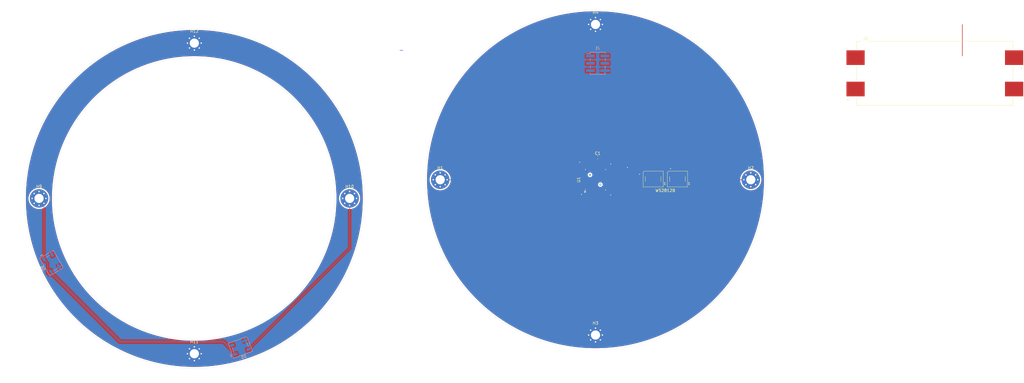
<source format=kicad_pcb>
(kicad_pcb (version 20241229) (generator "pcbnew") (generator_version "9.0")
  (layers (0 "F.Cu" signal) (2 "B.Cu" signal) (13 "F.Paste" user) (15 "B.Paste" user) (5 "F.SilkS" user "F.Silkscreen") (7 "B.SilkS" user "B.Silkscreen") (1 "F.Mask" user) (3 "B.Mask" user) (25 "Edge.Cuts" user))
  (net 0 "")
  (net 1 "GND")
  (net 2 "Net-(D1-DIN)")
  (net 3 "+3.3V")
  (net 4 "Net-(D1-DOUT)")
  (net 5 "Net-(D2-DOUT)")
  (net 29 "Net-(D5-DIN)")
  (net 30 "Net-(D5-DOUT)")
  (net 32 "Net-(J1-SCK)")
  (net 33 "Net-(J1-MISO)")
  (net 34 "Net-(J1-~{RST})")
  (net 35 "Net-(J1-MOSI)")
  (net 36 "Net-(J2-Pin_2)")
  (footprint "Capacitor_SMD:C_0603_1608Metric_Pad1.08x0.95mm_HandSolder" (layer "F.Cu") (at 180.25 76.75)
    (property "Reference" "C1" (at 0 -1.43 0) (layer "F.SilkS"))
    (property "Value" "100nF")
    (fp_line (start -0.146267 -0.51) (end 0.146267 -0.51) (stroke (width 0.12)) (layer "F.SilkS"))
    (fp_line (start -0.146267 0.51) (end 0.146267 0.51) (stroke (width 0.12)) (layer "F.SilkS"))
    (pad "1" smd roundrect (at -0.8625 0) (size 1.075 0.95) (layers "F.Cu" "F.Mask" "F.Paste") (net 1 "GND"))
    (pad "2" smd roundrect (at 0.8625 0) (size 1.075 0.95) (layers "F.Cu" "F.Mask" "F.Paste") (net 3 "+3.3V"))
  )
  (footprint "MountingHole:MountingHole_3.2mm_M3_Pad_Via" (layer "F.Cu") (at 94 91)
    (property "Reference" "H10" (at 0 -4.15 0) (layer "F.SilkS"))
    (property "Value" "MountingHole_Pad")
    (pad "1" thru_hole circle (at -2.4 0) (size 0.8 0.8) (drill 0.5) (layers "*.Cu" "*.Mask") (net 29 "Net-(D5-DIN)"))
    (pad "1" thru_hole circle (at -1.697056 -1.697056) (size 0.8 0.8) (drill 0.5) (layers "*.Cu" "*.Mask") (net 29 "Net-(D5-DIN)"))
    (pad "1" thru_hole circle (at -1.697056 1.697056) (size 0.8 0.8) (drill 0.5) (layers "*.Cu" "*.Mask") (net 29 "Net-(D5-DIN)"))
    (pad "1" thru_hole circle (at 0 -2.4) (size 0.8 0.8) (drill 0.5) (layers "*.Cu" "*.Mask") (net 29 "Net-(D5-DIN)"))
    (pad "1" thru_hole circle (at 0 0) (size 6.4 6.4) (drill 3.2) (layers "*.Cu" "*.Mask") (net 29 "Net-(D5-DIN)"))
    (pad "1" thru_hole circle (at 0 2.4) (size 0.8 0.8) (drill 0.5) (layers "*.Cu" "*.Mask") (net 29 "Net-(D5-DIN)"))
    (pad "1" thru_hole circle (at 1.697056 -1.697056) (size 0.8 0.8) (drill 0.5) (layers "*.Cu" "*.Mask") (net 29 "Net-(D5-DIN)"))
    (pad "1" thru_hole circle (at 1.697056 1.697056) (size 0.8 0.8) (drill 0.5) (layers "*.Cu" "*.Mask") (net 29 "Net-(D5-DIN)"))
    (pad "1" thru_hole circle (at 2.4 0) (size 0.8 0.8) (drill 0.5) (layers "*.Cu" "*.Mask") (net 29 "Net-(D5-DIN)"))
  )
  (footprint "MountingHole:MountingHole_3.2mm_M3_Pad_Via" (layer "F.Cu") (at 179.5 138.5)
    (property "Reference" "H3" (at 0 -4.15 0) (layer "F.SilkS"))
    (property "Value" "MountingHole_Pad")
    (pad "1" thru_hole circle (at -2.4 0) (size 0.8 0.8) (drill 0.5) (layers "*.Cu" "*.Mask") (net 1 "GND"))
    (pad "1" thru_hole circle (at -1.697056 -1.697056) (size 0.8 0.8) (drill 0.5) (layers "*.Cu" "*.Mask") (net 1 "GND"))
    (pad "1" thru_hole circle (at -1.697056 1.697056) (size 0.8 0.8) (drill 0.5) (layers "*.Cu" "*.Mask") (net 1 "GND"))
    (pad "1" thru_hole circle (at 0 -2.4) (size 0.8 0.8) (drill 0.5) (layers "*.Cu" "*.Mask") (net 1 "GND"))
    (pad "1" thru_hole circle (at 0 0) (size 6.4 6.4) (drill 3.2) (layers "*.Cu" "*.Mask") (net 1 "GND"))
    (pad "1" thru_hole circle (at 0 2.4) (size 0.8 0.8) (drill 0.5) (layers "*.Cu" "*.Mask") (net 1 "GND"))
    (pad "1" thru_hole circle (at 1.697056 -1.697056) (size 0.8 0.8) (drill 0.5) (layers "*.Cu" "*.Mask") (net 1 "GND"))
    (pad "1" thru_hole circle (at 1.697056 1.697056) (size 0.8 0.8) (drill 0.5) (layers "*.Cu" "*.Mask") (net 1 "GND"))
    (pad "1" thru_hole circle (at 2.4 0) (size 0.8 0.8) (drill 0.5) (layers "*.Cu" "*.Mask") (net 1 "GND"))
  )
  (footprint "MountingHole:MountingHole_3.2mm_M3_Pad_Via" (layer "F.Cu") (at 40 145)
    (property "Reference" "H11" (at 0 -4.15 0) (layer "F.SilkS"))
    (property "Value" "MountingHole_Pad")
    (pad "1" thru_hole circle (at -2.4 0) (size 0.8 0.8) (drill 0.5) (layers "*.Cu" "*.Mask") (net 1 "GND"))
    (pad "1" thru_hole circle (at -1.697056 -1.697056) (size 0.8 0.8) (drill 0.5) (layers "*.Cu" "*.Mask") (net 1 "GND"))
    (pad "1" thru_hole circle (at -1.697056 1.697056) (size 0.8 0.8) (drill 0.5) (layers "*.Cu" "*.Mask") (net 1 "GND"))
    (pad "1" thru_hole circle (at 0 -2.4) (size 0.8 0.8) (drill 0.5) (layers "*.Cu" "*.Mask") (net 1 "GND"))
    (pad "1" thru_hole circle (at 0 0) (size 6.4 6.4) (drill 3.2) (layers "*.Cu" "*.Mask") (net 1 "GND"))
    (pad "1" thru_hole circle (at 0 2.4) (size 0.8 0.8) (drill 0.5) (layers "*.Cu" "*.Mask") (net 1 "GND"))
    (pad "1" thru_hole circle (at 1.697056 -1.697056) (size 0.8 0.8) (drill 0.5) (layers "*.Cu" "*.Mask") (net 1 "GND"))
    (pad "1" thru_hole circle (at 1.697056 1.697056) (size 0.8 0.8) (drill 0.5) (layers "*.Cu" "*.Mask") (net 1 "GND"))
    (pad "1" thru_hole circle (at 2.4 0) (size 0.8 0.8) (drill 0.5) (layers "*.Cu" "*.Mask") (net 1 "GND"))
  )
  (footprint "MountingHole:MountingHole_3.2mm_M3_Pad_Via" (layer "F.Cu") (at -14 91)
    (property "Reference" "H9" (at 0 -4.15 0) (layer "F.SilkS"))
    (property "Value" "MountingHole_Pad")
    (pad "1" thru_hole circle (at -2.4 0) (size 0.8 0.8) (drill 0.5) (layers "*.Cu" "*.Mask") (net 3 "+3.3V"))
    (pad "1" thru_hole circle (at -1.697056 -1.697056) (size 0.8 0.8) (drill 0.5) (layers "*.Cu" "*.Mask") (net 3 "+3.3V"))
    (pad "1" thru_hole circle (at -1.697056 1.697056) (size 0.8 0.8) (drill 0.5) (layers "*.Cu" "*.Mask") (net 3 "+3.3V"))
    (pad "1" thru_hole circle (at 0 -2.4) (size 0.8 0.8) (drill 0.5) (layers "*.Cu" "*.Mask") (net 3 "+3.3V"))
    (pad "1" thru_hole circle (at 0 0) (size 6.4 6.4) (drill 3.2) (layers "*.Cu" "*.Mask") (net 3 "+3.3V"))
    (pad "1" thru_hole circle (at 0 2.4) (size 0.8 0.8) (drill 0.5) (layers "*.Cu" "*.Mask") (net 3 "+3.3V"))
    (pad "1" thru_hole circle (at 1.697056 -1.697056) (size 0.8 0.8) (drill 0.5) (layers "*.Cu" "*.Mask") (net 3 "+3.3V"))
    (pad "1" thru_hole circle (at 1.697056 1.697056) (size 0.8 0.8) (drill 0.5) (layers "*.Cu" "*.Mask") (net 3 "+3.3V"))
    (pad "1" thru_hole circle (at 2.4 0) (size 0.8 0.8) (drill 0.5) (layers "*.Cu" "*.Mask") (net 3 "+3.3V"))
  )
  (footprint "LED_SMD:LED_WS2812B_PLCC4_5.0x5.0mm_P3.2mm" (layer "F.Cu") (at 199.55 84.25 180)
    (property "Reference" "D1" (hide yes))
    (property "Value" "WS2812B" (at -4.2 -4 0) (layer "F.SilkS"))
    (fp_line (start 3.5 2.3) (end 3.5 -2.75) (stroke (width 0.12)) (layer "F.SilkS"))
    (fp_line (start 3.05 2.75) (end 3.5 2.3) (stroke (width 0.12)) (layer "F.SilkS"))
    (fp_line (start 2.7 0.9) (end 2.7 -0.9) (stroke (width 0.12)) (layer "F.SilkS"))
    (fp_line (start -2.7 0.9) (end -2.7 -0.9) (stroke (width 0.12)) (layer "F.SilkS"))
    (fp_line (start -3.5 2.75) (end 3.05 2.75) (stroke (width 0.12)) (layer "F.SilkS"))
    (fp_line (start -3.5 -2.75) (end 3.5 -2.75) (stroke (width 0.12)) (layer "F.SilkS"))
    (fp_line (start -3.5 -2.75) (end -3.5 2.75) (stroke (width 0.12)) (layer "F.SilkS"))
    (fp_text user "1" (at -4 -1.6 180) (layer "F.SilkS") (effects (font (size 0.8 0.8))))
    (pad "1" smd roundrect (at -2.45 -1.65 180) (size 1.5 0.9) (layers "F.Cu" "F.Mask" "F.Paste") (roundrect_rratio 0.1) (net 3 "+3.3V"))
    (pad "2" smd roundrect (at -2.45 1.65 180) (size 1.5 0.9) (layers "F.Cu" "F.Mask" "F.Paste") (roundrect_rratio 0.1) (net 4 "Net-(D1-DOUT)"))
    (pad "3" smd roundrect (at 2.45 1.65 180) (size 1.5 0.9) (layers "F.Cu" "F.Mask" "F.Paste") (roundrect_rratio 0.1) (net 1 "GND"))
    (pad "4" smd roundrect (at 2.45 -1.65 180) (size 1.5 0.9) (layers "F.Cu" "F.Mask" "F.Paste") (roundrect_rratio 0.1) (net 2 "Net-(D1-DIN)"))
  )
  (footprint "MountingHole:MountingHole_3.2mm_M3_Pad_Via" (layer "F.Cu") (at 179.5 30.5)
    (property "Reference" "H4" (at 0 -4.15 0) (layer "F.SilkS"))
    (property "Value" "MountingHole_Pad")
    (pad "1" thru_hole circle (at -2.4 0) (size 0.8 0.8) (drill 0.5) (layers "*.Cu" "*.Mask") (net 1 "GND"))
    (pad "1" thru_hole circle (at -1.697056 -1.697056) (size 0.8 0.8) (drill 0.5) (layers "*.Cu" "*.Mask") (net 1 "GND"))
    (pad "1" thru_hole circle (at -1.697056 1.697056) (size 0.8 0.8) (drill 0.5) (layers "*.Cu" "*.Mask") (net 1 "GND"))
    (pad "1" thru_hole circle (at 0 -2.4) (size 0.8 0.8) (drill 0.5) (layers "*.Cu" "*.Mask") (net 1 "GND"))
    (pad "1" thru_hole circle (at 0 0) (size 6.4 6.4) (drill 3.2) (layers "*.Cu" "*.Mask") (net 1 "GND"))
    (pad "1" thru_hole circle (at 0 2.4) (size 0.8 0.8) (drill 0.5) (layers "*.Cu" "*.Mask") (net 1 "GND"))
    (pad "1" thru_hole circle (at 1.697056 -1.697056) (size 0.8 0.8) (drill 0.5) (layers "*.Cu" "*.Mask") (net 1 "GND"))
    (pad "1" thru_hole circle (at 1.697056 1.697056) (size 0.8 0.8) (drill 0.5) (layers "*.Cu" "*.Mask") (net 1 "GND"))
    (pad "1" thru_hole circle (at 2.4 0) (size 0.8 0.8) (drill 0.5) (layers "*.Cu" "*.Mask") (net 1 "GND"))
  )
  (footprint "LED_SMD:LED_WS2812B_PLCC4_5.0x5.0mm_P3.2mm" (layer "F.Cu") (at 208 84.25 180)
    (property "Reference" "D2" (hide yes))
    (property "Value" "WS2812B" (hide yes))
    (fp_line (start 3.5 2.3) (end 3.5 -2.75) (stroke (width 0.12)) (layer "F.SilkS"))
    (fp_line (start 3.05 2.75) (end 3.5 2.3) (stroke (width 0.12)) (layer "F.SilkS"))
    (fp_line (start 2.7 0.9) (end 2.7 -0.9) (stroke (width 0.12)) (layer "F.SilkS"))
    (fp_line (start -2.7 0.9) (end -2.7 -0.9) (stroke (width 0.12)) (layer "F.SilkS"))
    (fp_line (start -3.5 2.75) (end 3.05 2.75) (stroke (width 0.12)) (layer "F.SilkS"))
    (fp_line (start -3.5 -2.75) (end 3.5 -2.75) (stroke (width 0.12)) (layer "F.SilkS"))
    (fp_line (start -3.5 -2.75) (end -3.5 2.75) (stroke (width 0.12)) (layer "F.SilkS"))
    (fp_text user "1" (at -4 -1.6 180) (layer "F.SilkS") (effects (font (size 0.8 0.8))))
    (pad "1" smd roundrect (at -2.45 -1.65 180) (size 1.5 0.9) (layers "F.Cu" "F.Mask" "F.Paste") (roundrect_rratio 0.1) (net 3 "+3.3V"))
    (pad "2" smd roundrect (at -2.45 1.65 180) (size 1.5 0.9) (layers "F.Cu" "F.Mask" "F.Paste") (roundrect_rratio 0.1) (net 5 "Net-(D2-DOUT)"))
    (pad "3" smd roundrect (at 2.45 1.65 180) (size 1.5 0.9) (layers "F.Cu" "F.Mask" "F.Paste") (roundrect_rratio 0.1) (net 1 "GND"))
    (pad "4" smd roundrect (at 2.45 -1.65 180) (size 1.5 0.9) (layers "F.Cu" "F.Mask" "F.Paste") (roundrect_rratio 0.1) (net 4 "Net-(D1-DOUT)"))
  )
  (footprint "MountingHole:MountingHole_3.2mm_M3_Pad_Via" (layer "F.Cu") (at 233.5 84.5)
    (property "Reference" "H2" (at 0 -4.15 0) (layer "F.SilkS"))
    (property "Value" "MountingHole_Pad")
    (pad "1" thru_hole circle (at -2.4 0) (size 0.8 0.8) (drill 0.5) (layers "*.Cu" "*.Mask") (net 5 "Net-(D2-DOUT)"))
    (pad "1" thru_hole circle (at -1.697056 -1.697056) (size 0.8 0.8) (drill 0.5) (layers "*.Cu" "*.Mask") (net 5 "Net-(D2-DOUT)"))
    (pad "1" thru_hole circle (at -1.697056 1.697056) (size 0.8 0.8) (drill 0.5) (layers "*.Cu" "*.Mask") (net 5 "Net-(D2-DOUT)"))
    (pad "1" thru_hole circle (at 0 -2.4) (size 0.8 0.8) (drill 0.5) (layers "*.Cu" "*.Mask") (net 5 "Net-(D2-DOUT)"))
    (pad "1" thru_hole circle (at 0 0) (size 6.4 6.4) (drill 3.2) (layers "*.Cu" "*.Mask") (net 5 "Net-(D2-DOUT)"))
    (pad "1" thru_hole circle (at 0 2.4) (size 0.8 0.8) (drill 0.5) (layers "*.Cu" "*.Mask") (net 5 "Net-(D2-DOUT)"))
    (pad "1" thru_hole circle (at 1.697056 -1.697056) (size 0.8 0.8) (drill 0.5) (layers "*.Cu" "*.Mask") (net 5 "Net-(D2-DOUT)"))
    (pad "1" thru_hole circle (at 1.697056 1.697056) (size 0.8 0.8) (drill 0.5) (layers "*.Cu" "*.Mask") (net 5 "Net-(D2-DOUT)"))
    (pad "1" thru_hole circle (at 2.4 0) (size 0.8 0.8) (drill 0.5) (layers "*.Cu" "*.Mask") (net 5 "Net-(D2-DOUT)"))
  )
  (footprint "imponator_footprint_lib:BAT_1022" (layer "F.Cu") (at 297.5 47.5)
    (property "Reference" "J2" (at -24.13 -12.065 0) (layer "F.SilkS"))
    (property "Value" "Battery connector")
    (fp_line (start -30.715 -1.995) (end -29.715 -1.995) (stroke (width 0.127)) (layer "F.SilkS"))
    (fp_line (start -30.715 9.245) (end -29.715 9.245) (stroke (width 0.127)) (layer "F.SilkS"))
    (fp_line (start -30.215 8.745) (end -30.215 9.745) (stroke (width 0.127)) (layer "F.SilkS"))
    (fp_line (start -27.178 -11.115) (end -25.71 -11.115) (stroke (width 0.127)) (layer "F.SilkS"))
    (fp_line (start -27.178 -8.4) (end -27.178 -11.115) (stroke (width 0.127)) (layer "F.SilkS"))
    (fp_line (start -27.178 2.6) (end -27.178 -2.6) (stroke (width 0.127)) (layer "F.SilkS"))
    (fp_line (start -27.178 11.115) (end -27.178 8.4) (stroke (width 0.127)) (layer "F.SilkS"))
    (fp_line (start -23.08 -11.115) (end 27.178 -11.115) (stroke (width 0.127)) (layer "F.SilkS"))
    (fp_line (start 27.178 -11.115) (end 27.178 -8.4) (stroke (width 0.127)) (layer "F.SilkS"))
    (fp_line (start 27.178 -2.6) (end 27.178 2.6) (stroke (width 0.127)) (layer "F.SilkS"))
    (fp_line (start 27.178 8.4) (end 27.178 11.115) (stroke (width 0.127)) (layer "F.SilkS"))
    (fp_line (start 27.178 11.115) (end -27.178 11.115) (stroke (width 0.127)) (layer "F.SilkS"))
    (fp_line (start 29.715 -1.745) (end 30.715 -1.745) (stroke (width 0.127)) (layer "F.SilkS"))
    (fp_line (start 29.715 8.995) (end 30.715 8.995) (stroke (width 0.127)) (layer "F.SilkS"))
    (fp_line (start 30.215 -2.245) (end 30.215 -1.245) (stroke (width 0.127)) (layer "F.SilkS"))
    (pad "" np_thru_hole circle (at -24.395 -10.075) (size 1.98 1.98) (drill 1.98) (layers "*.Cu" "*.Mask"))
    (pad "1" smd rect (at -27.57 -5.455) (size 6.35 5.08) (layers "F.Cu" "F.Mask" "F.Paste") (net 3 "+3.3V"))
    (pad "2" smd rect (at 27.57 -5.455) (size 6.35 5.08) (layers "F.Cu" "F.Mask" "F.Paste") (net 36 "Net-(J2-Pin_2)"))
    (pad "3" smd rect (at -27.57 5.455) (size 6.35 5.08) (layers "F.Cu" "F.Mask" "F.Paste") (net 1 "GND"))
    (pad "4" smd rect (at 27.57 5.455) (size 6.35 5.08) (layers "F.Cu" "F.Mask" "F.Paste") (net 36 "Net-(J2-Pin_2)"))
  )
  (footprint "Package_QFP:TQFP-32_7x7mm_P0.8mm" (layer "F.Cu") (at 179.5 84.5 90)
    (property "Reference" "U1" (at 0 -5.85 90) (layer "F.SilkS"))
    (property "Value" "ATmega328PB-A")
    (fp_line (start 3.61 -3.61) (end 3.61 -3.335) (stroke (width 0.12)) (layer "F.SilkS"))
    (fp_line (start 3.335 -3.61) (end 3.61 -3.61) (stroke (width 0.12)) (layer "F.SilkS"))
    (fp_line (start -3.335 -3.61) (end -3.61 -3.61) (stroke (width 0.12)) (layer "F.SilkS"))
    (fp_line (start -3.61 -3.61) (end -3.61 -3.335) (stroke (width 0.12)) (layer "F.SilkS"))
    (fp_line (start 3.61 3.61) (end 3.61 3.335) (stroke (width 0.12)) (layer "F.SilkS"))
    (fp_line (start 3.335 3.61) (end 3.61 3.61) (stroke (width 0.12)) (layer "F.SilkS"))
    (fp_line (start -3.335 3.61) (end -3.61 3.61) (stroke (width 0.12)) (layer "F.SilkS"))
    (fp_line (start -3.61 3.61) (end -3.61 3.335) (stroke (width 0.12)) (layer "F.SilkS"))
    (fp_poly (pts (xy -4.2 -3.335) (xy -4.54 -3.805) (xy -3.86 -3.805)) (stroke (width 0.12)) (fill yes) (layer "F.SilkS"))
    (pad "1" smd roundrect (at -4.1625 -2.8 90) (size 1.475 0.55) (layers "F.Cu" "F.Mask" "F.Paste"))
    (pad "2" smd roundrect (at -4.1625 -2 90) (size 1.475 0.55) (layers "F.Cu" "F.Mask" "F.Paste"))
    (pad "3" smd roundrect (at -4.1625 -1.2 90) (size 1.475 0.55) (layers "F.Cu" "F.Mask" "F.Paste"))
    (pad "4" smd roundrect (at -4.1625 -0.4 90) (size 1.475 0.55) (layers "F.Cu" "F.Mask" "F.Paste") (net 3 "+3.3V"))
    (pad "5" smd roundrect (at -4.1625 0.4 90) (size 1.475 0.55) (layers "F.Cu" "F.Mask" "F.Paste") (net 1 "GND"))
    (pad "6" smd roundrect (at -4.1625 1.2 90) (size 1.475 0.55) (layers "F.Cu" "F.Mask" "F.Paste"))
    (pad "7" smd roundrect (at -4.1625 2 90) (size 1.475 0.55) (layers "F.Cu" "F.Mask" "F.Paste"))
    (pad "8" smd roundrect (at -4.1625 2.8 90) (size 1.475 0.55) (layers "F.Cu" "F.Mask" "F.Paste"))
    (pad "9" smd roundrect (at -2.8 4.1625 90) (size 0.55 1.475) (layers "F.Cu" "F.Mask" "F.Paste"))
    (pad "10" smd roundrect (at -2 4.1625 90) (size 0.55 1.475) (layers "F.Cu" "F.Mask" "F.Paste"))
    (pad "11" smd roundrect (at -1.2 4.1625 90) (size 0.55 1.475) (layers "F.Cu" "F.Mask" "F.Paste"))
    (pad "12" smd roundrect (at -0.4 4.1625 90) (size 0.55 1.475) (layers "F.Cu" "F.Mask" "F.Paste") (net 2 "Net-(D1-DIN)"))
    (pad "13" smd roundrect (at 0.4 4.1625 90) (size 0.55 1.475) (layers "F.Cu" "F.Mask" "F.Paste"))
    (pad "14" smd roundrect (at 1.2 4.1625 90) (size 0.55 1.475) (layers "F.Cu" "F.Mask" "F.Paste"))
    (pad "15" smd roundrect (at 2 4.1625 90) (size 0.55 1.475) (layers "F.Cu" "F.Mask" "F.Paste") (net 35 "Net-(J1-MOSI)"))
    (pad "16" smd roundrect (at 2.8 4.1625 90) (size 0.55 1.475) (layers "F.Cu" "F.Mask" "F.Paste") (net 33 "Net-(J1-MISO)"))
    (pad "17" smd roundrect (at 4.1625 2.8 90) (size 1.475 0.55) (layers "F.Cu" "F.Mask" "F.Paste") (net 32 "Net-(J1-SCK)"))
    (pad "18" smd roundrect (at 4.1625 2 90) (size 1.475 0.55) (layers "F.Cu" "F.Mask" "F.Paste") (net 3 "+3.3V"))
    (pad "19" smd roundrect (at 4.1625 1.2 90) (size 1.475 0.55) (layers "F.Cu" "F.Mask" "F.Paste"))
    (pad "20" smd roundrect (at 4.1625 0.4 90) (size 1.475 0.55) (layers "F.Cu" "F.Mask" "F.Paste"))
    (pad "21" smd roundrect (at 4.1625 -0.4 90) (size 1.475 0.55) (layers "F.Cu" "F.Mask" "F.Paste") (net 1 "GND"))
    (pad "22" smd roundrect (at 4.1625 -1.2 90) (size 1.475 0.55) (layers "F.Cu" "F.Mask" "F.Paste"))
    (pad "23" smd roundrect (at 4.1625 -2 90) (size 1.475 0.55) (layers "F.Cu" "F.Mask" "F.Paste"))
    (pad "24" smd roundrect (at 4.1625 -2.8 90) (size 1.475 0.55) (layers "F.Cu" "F.Mask" "F.Paste"))
    (pad "25" smd roundrect (at 2.8 -4.1625 90) (size 0.55 1.475) (layers "F.Cu" "F.Mask" "F.Paste"))
    (pad "26" smd roundrect (at 2 -4.1625 90) (size 0.55 1.475) (layers "F.Cu" "F.Mask" "F.Paste"))
    (pad "27" smd roundrect (at 1.2 -4.1625 90) (size 0.55 1.475) (layers "F.Cu" "F.Mask" "F.Paste"))
    (pad "28" smd roundrect (at 0.4 -4.1625 90) (size 0.55 1.475) (layers "F.Cu" "F.Mask" "F.Paste"))
    (pad "29" smd roundrect (at -0.4 -4.1625 90) (size 0.55 1.475) (layers "F.Cu" "F.Mask" "F.Paste") (net 34 "Net-(J1-~{RST})"))
    (pad "30" smd roundrect (at -1.2 -4.1625 90) (size 0.55 1.475) (layers "F.Cu" "F.Mask" "F.Paste"))
    (pad "31" smd roundrect (at -2 -4.1625 90) (size 0.55 1.475) (layers "F.Cu" "F.Mask" "F.Paste"))
    (pad "32" smd roundrect (at -2.8 -4.1625 90) (size 0.55 1.475) (layers "F.Cu" "F.Mask" "F.Paste"))
  )
  (footprint "MountingHole:MountingHole_3.2mm_M3_Pad_Via" (layer "F.Cu") (at 40 37)
    (property "Reference" "H12" (at 0 -4.15 0) (layer "F.SilkS"))
    (property "Value" "MountingHole_Pad")
    (pad "1" thru_hole circle (at -2.4 0) (size 0.8 0.8) (drill 0.5) (layers "*.Cu" "*.Mask") (net 1 "GND"))
    (pad "1" thru_hole circle (at -1.697056 -1.697056) (size 0.8 0.8) (drill 0.5) (layers "*.Cu" "*.Mask") (net 1 "GND"))
    (pad "1" thru_hole circle (at -1.697056 1.697056) (size 0.8 0.8) (drill 0.5) (layers "*.Cu" "*.Mask") (net 1 "GND"))
    (pad "1" thru_hole circle (at 0 -2.4) (size 0.8 0.8) (drill 0.5) (layers "*.Cu" "*.Mask") (net 1 "GND"))
    (pad "1" thru_hole circle (at 0 0) (size 6.4 6.4) (drill 3.2) (layers "*.Cu" "*.Mask") (net 1 "GND"))
    (pad "1" thru_hole circle (at 0 2.4) (size 0.8 0.8) (drill 0.5) (layers "*.Cu" "*.Mask") (net 1 "GND"))
    (pad "1" thru_hole circle (at 1.697056 -1.697056) (size 0.8 0.8) (drill 0.5) (layers "*.Cu" "*.Mask") (net 1 "GND"))
    (pad "1" thru_hole circle (at 1.697056 1.697056) (size 0.8 0.8) (drill 0.5) (layers "*.Cu" "*.Mask") (net 1 "GND"))
    (pad "1" thru_hole circle (at 2.4 0) (size 0.8 0.8) (drill 0.5) (layers "*.Cu" "*.Mask") (net 1 "GND"))
  )
  (footprint "MountingHole:MountingHole_3.2mm_M3_Pad_Via" (layer "F.Cu") (at 125.5 84.5)
    (property "Reference" "H1" (at 0 -4.15 0) (layer "F.SilkS"))
    (property "Value" "MountingHole_Pad")
    (pad "1" thru_hole circle (at -2.4 0) (size 0.8 0.8) (drill 0.5) (layers "*.Cu" "*.Mask") (net 3 "+3.3V"))
    (pad "1" thru_hole circle (at -1.697056 -1.697056) (size 0.8 0.8) (drill 0.5) (layers "*.Cu" "*.Mask") (net 3 "+3.3V"))
    (pad "1" thru_hole circle (at -1.697056 1.697056) (size 0.8 0.8) (drill 0.5) (layers "*.Cu" "*.Mask") (net 3 "+3.3V"))
    (pad "1" thru_hole circle (at 0 -2.4) (size 0.8 0.8) (drill 0.5) (layers "*.Cu" "*.Mask") (net 3 "+3.3V"))
    (pad "1" thru_hole circle (at 0 0) (size 6.4 6.4) (drill 3.2) (layers "*.Cu" "*.Mask") (net 3 "+3.3V"))
    (pad "1" thru_hole circle (at 0 2.4) (size 0.8 0.8) (drill 0.5) (layers "*.Cu" "*.Mask") (net 3 "+3.3V"))
    (pad "1" thru_hole circle (at 1.697056 -1.697056) (size 0.8 0.8) (drill 0.5) (layers "*.Cu" "*.Mask") (net 3 "+3.3V"))
    (pad "1" thru_hole circle (at 1.697056 1.697056) (size 0.8 0.8) (drill 0.5) (layers "*.Cu" "*.Mask") (net 3 "+3.3V"))
    (pad "1" thru_hole circle (at 2.4 0) (size 0.8 0.8) (drill 0.5) (layers "*.Cu" "*.Mask") (net 3 "+3.3V"))
  )
  (footprint "Connector_PinSocket_2.54mm:PinSocket_2x03_P2.54mm_Vertical_SMD" (layer "B.Cu") (at 180.25 44 180)
    (property "Reference" "J1" (at 0 5.31 0) (layer "B.SilkS") (effects (justify mirror)))
    (property "Value" "AVR-ISP-6")
    (fp_line (start 2.6 3.87) (end 2.6 3.3) (stroke (width 0.12)) (layer "B.SilkS"))
    (fp_line (start 2.6 3.3) (end 3.96 3.3) (stroke (width 0.12)) (layer "B.SilkS"))
    (fp_line (start 2.6 1.78) (end 2.6 0.76) (stroke (width 0.12)) (layer "B.SilkS"))
    (fp_line (start 2.6 -0.76) (end 2.6 -1.78) (stroke (width 0.12)) (layer "B.SilkS"))
    (fp_line (start 2.6 -3.3) (end 2.6 -3.87) (stroke (width 0.12)) (layer "B.SilkS"))
    (fp_line (start -2.6 3.87) (end 2.6 3.87) (stroke (width 0.12)) (layer "B.SilkS"))
    (fp_line (start -2.6 3.87) (end -2.6 3.3) (stroke (width 0.12)) (layer "B.SilkS"))
    (fp_line (start -2.6 1.78) (end -2.6 0.76) (stroke (width 0.12)) (layer "B.SilkS"))
    (fp_line (start -2.6 -0.76) (end -2.6 -1.78) (stroke (width 0.12)) (layer "B.SilkS"))
    (fp_line (start -2.6 -3.3) (end -2.6 -3.87) (stroke (width 0.12)) (layer "B.SilkS"))
    (fp_line (start -2.6 -3.87) (end 2.6 -3.87) (stroke (width 0.12)) (layer "B.SilkS"))
    (pad "1" smd rect (at 2.52 2.54 180) (size 3 1) (layers "B.Cu" "B.Mask" "B.Paste") (net 33 "Net-(J1-MISO)"))
    (pad "2" smd rect (at -2.52 2.54 180) (size 3 1) (layers "B.Cu" "B.Mask" "B.Paste") (net 3 "+3.3V"))
    (pad "3" smd rect (at 2.52 0 180) (size 3 1) (layers "B.Cu" "B.Mask" "B.Paste") (net 32 "Net-(J1-SCK)"))
    (pad "4" smd rect (at -2.52 0 180) (size 3 1) (layers "B.Cu" "B.Mask" "B.Paste") (net 35 "Net-(J1-MOSI)"))
    (pad "5" smd rect (at 2.52 -2.54 180) (size 3 1) (layers "B.Cu" "B.Mask" "B.Paste") (net 34 "Net-(J1-~{RST})"))
    (pad "6" smd rect (at -2.52 -2.54 180) (size 3 1) (layers "B.Cu" "B.Mask" "B.Paste") (net 1 "GND"))
  )
  (footprint "LED_SMD:LED_WS2812B_PLCC4_5.0x5.0mm_P3.2mm" (layer "B.Cu") (at 56 142.787456 20)
    (property "Reference" "D5" (at 0.000001 3.5 20) (layer "B.SilkS") (effects (justify mirror)))
    (property "Value" "WS2812B")
    (fp_line (start -3.5 -2.75) (end 3.05 -2.749999) (stroke (width 0.12)) (layer "B.SilkS"))
    (fp_line (start -2.7 -0.9) (end -2.700001 0.9) (stroke (width 0.12)) (layer "B.SilkS"))
    (fp_line (start -3.5 2.75) (end -3.5 -2.75) (stroke (width 0.12)) (layer "B.SilkS"))
    (fp_line (start -3.5 2.75) (end 3.5 2.75) (stroke (width 0.12)) (layer "B.SilkS"))
    (fp_line (start 3.05 -2.749999) (end 3.500001 -2.299999) (stroke (width 0.12)) (layer "B.SilkS"))
    (fp_line (start 2.700001 -0.9) (end 2.7 0.9) (stroke (width 0.12)) (layer "B.SilkS"))
    (fp_line (start 3.500001 -2.299999) (end 3.5 2.75) (stroke (width 0.12)) (layer "B.SilkS"))
    (fp_text user "1" (at -4 1.6 200) (layer "B.SilkS") (effects (font (size 0.8 0.8)) (justify mirror)))
    (pad "1" smd roundrect (at -2.449999 1.65 20) (size 1.5 0.9) (layers "B.Cu" "B.Mask" "B.Paste") (roundrect_rratio 0.1) (net 3 "+3.3V"))
    (pad "2" smd roundrect (at -2.45 -1.65 20) (size 1.5 0.9) (layers "B.Cu" "B.Mask" "B.Paste") (roundrect_rratio 0.1) (net 30 "Net-(D5-DOUT)"))
    (pad "3" smd roundrect (at 2.449999 -1.65 20) (size 1.5 0.9) (layers "B.Cu" "B.Mask" "B.Paste") (roundrect_rratio 0.1) (net 1 "GND"))
    (pad "4" smd roundrect (at 2.45 1.65 20) (size 1.5 0.9) (layers "B.Cu" "B.Mask" "B.Paste") (roundrect_rratio 0.1) (net 29 "Net-(D5-DIN)"))
  )
  (footprint "LED_SMD:LED_WS2812B_PLCC4_5.0x5.0mm_P3.2mm" (layer "B.Cu") (at -9.653941 113.5 -60)
    (property "Reference" "D6" (at 0.000001 3.5 120) (layer "B.SilkS") (effects (justify mirror)))
    (property "Value" "WS2812B")
    (fp_line (start -3.500001 2.75) (end 3.5 2.75) (stroke (width 0.12)) (layer "B.SilkS"))
    (fp_line (start -3.500001 2.75) (end -3.5 -2.75) (stroke (width 0.12)) (layer "B.SilkS"))
    (fp_line (start -2.7 -0.9) (end -2.7 0.9) (stroke (width 0.12)) (layer "B.SilkS"))
    (fp_line (start -3.5 -2.75) (end 3.049999 -2.749999) (stroke (width 0.12)) (layer "B.SilkS"))
    (fp_line (start 2.7 -0.9) (end 2.7 0.9) (stroke (width 0.12)) (layer "B.SilkS"))
    (fp_line (start 3.5 -2.3) (end 3.5 2.75) (stroke (width 0.12)) (layer "B.SilkS"))
    (fp_line (start 3.049999 -2.749999) (end 3.5 -2.3) (stroke (width 0.12)) (layer "B.SilkS"))
    (fp_text user "1" (at -4 1.600001 120) (layer "B.SilkS") (effects (font (size 0.8 0.8)) (justify mirror)))
    (pad "1" smd roundrect (at -2.45 1.649999 300) (size 1.5 0.9) (layers "B.Cu" "B.Mask" "B.Paste") (roundrect_rratio 0.1) (net 3 "+3.3V"))
    (pad "2" smd roundrect (at -2.45 -1.649999 300) (size 1.5 0.9) (layers "B.Cu" "B.Mask" "B.Paste") (roundrect_rratio 0.1))
    (pad "3" smd roundrect (at 2.45 -1.649999 300) (size 1.5 0.9) (layers "B.Cu" "B.Mask" "B.Paste") (roundrect_rratio 0.1) (net 1 "GND"))
    (pad "4" smd roundrect (at 2.45 1.649999 300) (size 1.5 0.9) (layers "B.Cu" "B.Mask" "B.Paste") (roundrect_rratio 0.1) (net 30 "Net-(D5-DOUT)"))
  )
  (gr_circle (center 39.947058 91) (end 88.947058 91) (stroke (width 0.05)) (fill no) (layer "Edge.Cuts"))
  (gr_circle (center 40 91) (end 99 93.5) (stroke (width 0.05)) (fill no) (layer "Edge.Cuts"))
  (gr_circle (center 179.5 84.5) (end 238.5 87) (stroke (width 0.05)) (fill no) (layer "Edge.Cuts"))
  (via (at 177.6 82.8) (size 0.6) (drill 0.3) (layers "F.Cu" "B.Cu") (net 0))
  (via (at 181.2 86.2) (size 0.6) (drill 0.3) (layers "F.Cu" "B.Cu") (net 0))
  (segment (start 111.5 39.5) (end 112.5 39.5) (width 0.2) (layer "B.Cu") (net 0))
  (segment (start 179.275 76.75) (end 179.3875 76.75) (width 0.2) (layer "F.Cu") (net 1))
  (segment (start 179.1 80.3375) (end 179.1 76.925) (width 0.2) (layer "F.Cu") (net 1))
  (segment (start 179.1 76.925) (end 179.275 76.75) (width 0.2) (layer "F.Cu") (net 1))
  (via (at 205.6 80.6) (size 0.6) (drill 0.3) (layers "F.Cu" "B.Cu") (net 1))
  (via (at 174.6 89.6) (size 0.6) (drill 0.3) (layers "F.Cu" "B.Cu") (net 1))
  (via (at 184.8 89.8) (size 0.6) (drill 0.3) (layers "F.Cu" "B.Cu") (net 1))
  (via (at 174 78.4) (size 0.6) (drill 0.3) (layers "F.Cu" "B.Cu") (net 1))
  (via (at 190.6 80.2) (size 0.6) (drill 0.3) (layers "F.Cu" "B.Cu") (net 1))
  (via (at 184.8 79) (size 0.6) (drill 0.3) (layers "F.Cu" "B.Cu") (net 1))
  (via (at 194.8 82.6) (size 0.6) (drill 0.3) (layers "F.Cu" "B.Cu") (net 1))
  (segment (start 197 86) (end 195.9 84.9) (width 0.2) (layer "F.Cu") (net 2))
  (segment (start 195.9 84.9) (end 183.6625 84.9) (width 0.2) (layer "F.Cu") (net 2))
  (segment (start 197.1 86) (end 197 86) (width 0.2) (layer "F.Cu") (net 2))
  (segment (start 125.5 84.5) (end 136.5 84.5) (width 0.2) (layer "F.Cu") (net 3))
  (segment (start 181.5 83) (end 181.5 80.3375) (width 0.2) (layer "F.Cu") (net 3))
  (segment (start 199 80.6) (end 199 82.9) (width 0.2) (layer "F.Cu") (net 3))
  (segment (start 193.6625 75.2625) (end 199 80.6) (width 0.2) (layer "F.Cu") (net 3))
  (segment (start 199 82.9) (end 202 85.9) (width 0.2) (layer "F.Cu") (net 3))
  (segment (start 202 85.9) (end 202.751 86.651) (width 0.2) (layer "F.Cu") (net 3))
  (segment (start 179.1 85.4) (end 181.5 83) (width 0.2) (layer "F.Cu") (net 3))
  (segment (start 181.1125 76.75) (end 182.6 75.2625) (width 0.2) (layer "F.Cu") (net 3))
  (segment (start 136.5 84.5) (end 148 73) (width 0.2) (layer "F.Cu") (net 3))
  (segment (start 179.1 88.6625) (end 179.1 85.4) (width 0.2) (layer "F.Cu") (net 3))
  (segment (start 181.6135 77.251) (end 181.1125 76.75) (width 0.2) (layer "F.Cu") (net 3))
  (segment (start 202.751 86.651) (end 209.699 86.651) (width 0.2) (layer "F.Cu") (net 3))
  (segment (start 209.699 86.651) (end 210.45 85.9) (width 0.2) (layer "F.Cu") (net 3))
  (segment (start 181.5 80.3375) (end 181.6135 80.224) (width 0.2) (layer "F.Cu") (net 3))
  (segment (start 181.6135 80.224) (end 181.6135 77.251) (width 0.2) (layer "F.Cu") (net 3))
  (segment (start 182.6 75.2625) (end 193.6625 75.2625) (width 0.2) (layer "F.Cu") (net 3))
  (segment (start 148 73) (end 177.3625 73) (width 0.2) (layer "F.Cu") (net 3))
  (segment (start 177.3625 73) (end 181.1125 76.75) (width 0.2) (layer "F.Cu") (net 3))
  (segment (start -10.5 117.5) (end -10.09233 117.5) (width 0.2) (layer "B.Cu") (net 3))
  (segment (start -11 117) (end -10.5 117.5) (width 0.2) (layer "B.Cu") (net 3))
  (segment (start 50.088189 141.002) (end 54.262087 145.175898) (width 0.2) (layer "B.Cu") (net 3))
  (segment (start -12.307882 92.692118) (end -14 91) (width 0.2) (layer "B.Cu") (net 3))
  (segment (start -12.307882 112.203237) (end -11 113.511119) (width 0.2) (layer "B.Cu") (net 3))
  (segment (start -10.002013 117.590317) (end -9.413751 117.590317) (width 0.2) (layer "B.Cu") (net 3))
  (segment (start 14.128256 141) (end 14.130256 141.002) (width 0.2) (layer "B.Cu") (net 3))
  (segment (start -9.411717 117.588283) (end 14 141) (width 0.2) (layer "B.Cu") (net 3))
  (segment (start -10.09233 117.5) (end -10.002013 117.590317) (width 0.2) (layer "B.Cu") (net 3))
  (segment (start 14.130256 141.002) (end 50.088189 141.002) (width 0.2) (layer "B.Cu") (net 3))
  (segment (start -11 113.511119) (end -11 117) (width 0.2) (layer "B.Cu") (net 3))
  (segment (start 14 141) (end 14.128256 141) (width 0.2) (layer "B.Cu") (net 3))
  (segment (start -9.413751 117.590317) (end -9.411717 117.588283) (width 0.2) (layer "B.Cu") (net 3))
  (segment (start -12.307882 112.203237) (end -12.307882 92.692118) (width 0.2) (layer "B.Cu") (net 3))
  (segment (start 205.4 85.9) (end 205.55 85.9) (width 0.2) (layer "F.Cu") (net 4))
  (segment (start 202 82.6) (end 202.1 82.6) (width 0.2) (layer "F.Cu") (net 4))
  (segment (start 202.1 82.6) (end 205.4 85.9) (width 0.2) (layer "F.Cu") (net 4))
  (segment (start 210.45 82.6) (end 213.1 82.6) (width 0.2) (layer "F.Cu") (net 5))
  (segment (start 215 84.5) (end 233.5 84.5) (width 0.2) (layer "F.Cu") (net 5))
  (segment (start 213.1 82.6) (end 215 84.5) (width 0.2) (layer "F.Cu") (net 5))
  (segment (start 94 108.36658) (end 58.86658 143.5) (width 0.2) (layer "B.Cu") (net 29))
  (segment (start 94 91) (end 94 108.36658) (width 0.2) (layer "B.Cu") (net 29))
  (segment (start 50.254289 140.601) (end 14.296356 140.601) (width 0.2) (layer "B.Cu") (net 30))
  (segment (start 14.296356 140.601) (end -9.857882 116.446762) (width 0.2) (layer "B.Cu") (net 30))
  (segment (start 51.728201 142.074912) (end 50.254289 140.601) (width 0.2) (layer "B.Cu") (net 30))
  (segment (start 53.13342 142.074912) (end 51.728201 142.074912) (width 0.2) (layer "B.Cu") (net 30))
  (segment (start 307.07 30.545) (end 307.07 41.455) (width 0.2) (layer "F.Cu") (net 36))
  (zone (net 1) (net_name "GND") (layers "F.Cu" "B.Cu") (connect_pads (clearance 0.5)) (min_thickness 0.25) (fill yes (thermal_gap 0.5) (thermal_bridge_width 0.5))
    (polygon (pts (xy 244.25 22.25) (xy 112.75 22) (xy 111.5 152.25) (xy 242.75 154.25)))
  )
  (zone (net 1) (net_name "GND") (layers "F.Cu" "B.Cu") (connect_pads (clearance 0.5)) (min_thickness 0.25) (fill yes (thermal_gap 0.5) (thermal_bridge_width 0.5))
    (polygon (pts (xy 105.172752 23.249259) (xy -26.327248 22.999259) (xy -27.577248 153.249259) (xy 103.672752 155.249259)))
  )
)
</source>
